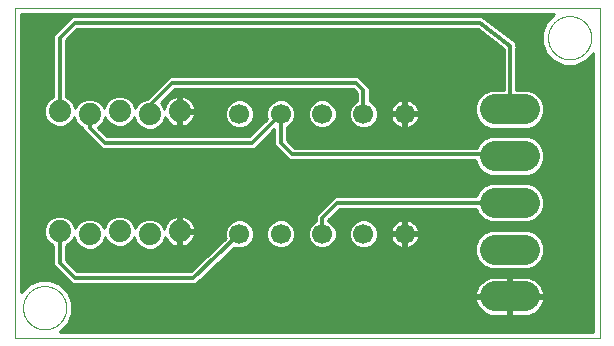
<source format=gbl>
G75*
%MOIN*%
%OFA0B0*%
%FSLAX25Y25*%
%IPPOS*%
%LPD*%
%AMOC8*
5,1,8,0,0,1.08239X$1,22.5*
%
%ADD10C,0.00000*%
%ADD11C,0.10039*%
%ADD12C,0.07400*%
%ADD13C,0.06693*%
%ADD14C,0.01000*%
%ADD15C,0.01200*%
D10*
X0001500Y0001500D02*
X0001500Y0111500D01*
X0196500Y0111500D01*
X0196500Y0001500D01*
X0001500Y0001500D01*
X0004300Y0011500D02*
X0004302Y0011677D01*
X0004309Y0011853D01*
X0004320Y0012030D01*
X0004335Y0012206D01*
X0004354Y0012381D01*
X0004378Y0012556D01*
X0004406Y0012731D01*
X0004438Y0012905D01*
X0004475Y0013078D01*
X0004516Y0013249D01*
X0004561Y0013420D01*
X0004610Y0013590D01*
X0004663Y0013759D01*
X0004721Y0013926D01*
X0004782Y0014091D01*
X0004848Y0014255D01*
X0004918Y0014418D01*
X0004991Y0014578D01*
X0005069Y0014737D01*
X0005150Y0014894D01*
X0005235Y0015049D01*
X0005324Y0015202D01*
X0005417Y0015352D01*
X0005513Y0015500D01*
X0005613Y0015646D01*
X0005717Y0015789D01*
X0005824Y0015930D01*
X0005934Y0016068D01*
X0006048Y0016203D01*
X0006165Y0016335D01*
X0006285Y0016465D01*
X0006409Y0016591D01*
X0006535Y0016715D01*
X0006665Y0016835D01*
X0006797Y0016952D01*
X0006932Y0017066D01*
X0007070Y0017176D01*
X0007211Y0017283D01*
X0007354Y0017387D01*
X0007500Y0017487D01*
X0007648Y0017583D01*
X0007798Y0017676D01*
X0007951Y0017765D01*
X0008106Y0017850D01*
X0008263Y0017931D01*
X0008422Y0018009D01*
X0008582Y0018082D01*
X0008745Y0018152D01*
X0008909Y0018218D01*
X0009074Y0018279D01*
X0009241Y0018337D01*
X0009410Y0018390D01*
X0009580Y0018439D01*
X0009751Y0018484D01*
X0009922Y0018525D01*
X0010095Y0018562D01*
X0010269Y0018594D01*
X0010444Y0018622D01*
X0010619Y0018646D01*
X0010794Y0018665D01*
X0010970Y0018680D01*
X0011147Y0018691D01*
X0011323Y0018698D01*
X0011500Y0018700D01*
X0011677Y0018698D01*
X0011853Y0018691D01*
X0012030Y0018680D01*
X0012206Y0018665D01*
X0012381Y0018646D01*
X0012556Y0018622D01*
X0012731Y0018594D01*
X0012905Y0018562D01*
X0013078Y0018525D01*
X0013249Y0018484D01*
X0013420Y0018439D01*
X0013590Y0018390D01*
X0013759Y0018337D01*
X0013926Y0018279D01*
X0014091Y0018218D01*
X0014255Y0018152D01*
X0014418Y0018082D01*
X0014578Y0018009D01*
X0014737Y0017931D01*
X0014894Y0017850D01*
X0015049Y0017765D01*
X0015202Y0017676D01*
X0015352Y0017583D01*
X0015500Y0017487D01*
X0015646Y0017387D01*
X0015789Y0017283D01*
X0015930Y0017176D01*
X0016068Y0017066D01*
X0016203Y0016952D01*
X0016335Y0016835D01*
X0016465Y0016715D01*
X0016591Y0016591D01*
X0016715Y0016465D01*
X0016835Y0016335D01*
X0016952Y0016203D01*
X0017066Y0016068D01*
X0017176Y0015930D01*
X0017283Y0015789D01*
X0017387Y0015646D01*
X0017487Y0015500D01*
X0017583Y0015352D01*
X0017676Y0015202D01*
X0017765Y0015049D01*
X0017850Y0014894D01*
X0017931Y0014737D01*
X0018009Y0014578D01*
X0018082Y0014418D01*
X0018152Y0014255D01*
X0018218Y0014091D01*
X0018279Y0013926D01*
X0018337Y0013759D01*
X0018390Y0013590D01*
X0018439Y0013420D01*
X0018484Y0013249D01*
X0018525Y0013078D01*
X0018562Y0012905D01*
X0018594Y0012731D01*
X0018622Y0012556D01*
X0018646Y0012381D01*
X0018665Y0012206D01*
X0018680Y0012030D01*
X0018691Y0011853D01*
X0018698Y0011677D01*
X0018700Y0011500D01*
X0018698Y0011323D01*
X0018691Y0011147D01*
X0018680Y0010970D01*
X0018665Y0010794D01*
X0018646Y0010619D01*
X0018622Y0010444D01*
X0018594Y0010269D01*
X0018562Y0010095D01*
X0018525Y0009922D01*
X0018484Y0009751D01*
X0018439Y0009580D01*
X0018390Y0009410D01*
X0018337Y0009241D01*
X0018279Y0009074D01*
X0018218Y0008909D01*
X0018152Y0008745D01*
X0018082Y0008582D01*
X0018009Y0008422D01*
X0017931Y0008263D01*
X0017850Y0008106D01*
X0017765Y0007951D01*
X0017676Y0007798D01*
X0017583Y0007648D01*
X0017487Y0007500D01*
X0017387Y0007354D01*
X0017283Y0007211D01*
X0017176Y0007070D01*
X0017066Y0006932D01*
X0016952Y0006797D01*
X0016835Y0006665D01*
X0016715Y0006535D01*
X0016591Y0006409D01*
X0016465Y0006285D01*
X0016335Y0006165D01*
X0016203Y0006048D01*
X0016068Y0005934D01*
X0015930Y0005824D01*
X0015789Y0005717D01*
X0015646Y0005613D01*
X0015500Y0005513D01*
X0015352Y0005417D01*
X0015202Y0005324D01*
X0015049Y0005235D01*
X0014894Y0005150D01*
X0014737Y0005069D01*
X0014578Y0004991D01*
X0014418Y0004918D01*
X0014255Y0004848D01*
X0014091Y0004782D01*
X0013926Y0004721D01*
X0013759Y0004663D01*
X0013590Y0004610D01*
X0013420Y0004561D01*
X0013249Y0004516D01*
X0013078Y0004475D01*
X0012905Y0004438D01*
X0012731Y0004406D01*
X0012556Y0004378D01*
X0012381Y0004354D01*
X0012206Y0004335D01*
X0012030Y0004320D01*
X0011853Y0004309D01*
X0011677Y0004302D01*
X0011500Y0004300D01*
X0011323Y0004302D01*
X0011147Y0004309D01*
X0010970Y0004320D01*
X0010794Y0004335D01*
X0010619Y0004354D01*
X0010444Y0004378D01*
X0010269Y0004406D01*
X0010095Y0004438D01*
X0009922Y0004475D01*
X0009751Y0004516D01*
X0009580Y0004561D01*
X0009410Y0004610D01*
X0009241Y0004663D01*
X0009074Y0004721D01*
X0008909Y0004782D01*
X0008745Y0004848D01*
X0008582Y0004918D01*
X0008422Y0004991D01*
X0008263Y0005069D01*
X0008106Y0005150D01*
X0007951Y0005235D01*
X0007798Y0005324D01*
X0007648Y0005417D01*
X0007500Y0005513D01*
X0007354Y0005613D01*
X0007211Y0005717D01*
X0007070Y0005824D01*
X0006932Y0005934D01*
X0006797Y0006048D01*
X0006665Y0006165D01*
X0006535Y0006285D01*
X0006409Y0006409D01*
X0006285Y0006535D01*
X0006165Y0006665D01*
X0006048Y0006797D01*
X0005934Y0006932D01*
X0005824Y0007070D01*
X0005717Y0007211D01*
X0005613Y0007354D01*
X0005513Y0007500D01*
X0005417Y0007648D01*
X0005324Y0007798D01*
X0005235Y0007951D01*
X0005150Y0008106D01*
X0005069Y0008263D01*
X0004991Y0008422D01*
X0004918Y0008582D01*
X0004848Y0008745D01*
X0004782Y0008909D01*
X0004721Y0009074D01*
X0004663Y0009241D01*
X0004610Y0009410D01*
X0004561Y0009580D01*
X0004516Y0009751D01*
X0004475Y0009922D01*
X0004438Y0010095D01*
X0004406Y0010269D01*
X0004378Y0010444D01*
X0004354Y0010619D01*
X0004335Y0010794D01*
X0004320Y0010970D01*
X0004309Y0011147D01*
X0004302Y0011323D01*
X0004300Y0011500D01*
X0179300Y0101500D02*
X0179302Y0101677D01*
X0179309Y0101853D01*
X0179320Y0102030D01*
X0179335Y0102206D01*
X0179354Y0102381D01*
X0179378Y0102556D01*
X0179406Y0102731D01*
X0179438Y0102905D01*
X0179475Y0103078D01*
X0179516Y0103249D01*
X0179561Y0103420D01*
X0179610Y0103590D01*
X0179663Y0103759D01*
X0179721Y0103926D01*
X0179782Y0104091D01*
X0179848Y0104255D01*
X0179918Y0104418D01*
X0179991Y0104578D01*
X0180069Y0104737D01*
X0180150Y0104894D01*
X0180235Y0105049D01*
X0180324Y0105202D01*
X0180417Y0105352D01*
X0180513Y0105500D01*
X0180613Y0105646D01*
X0180717Y0105789D01*
X0180824Y0105930D01*
X0180934Y0106068D01*
X0181048Y0106203D01*
X0181165Y0106335D01*
X0181285Y0106465D01*
X0181409Y0106591D01*
X0181535Y0106715D01*
X0181665Y0106835D01*
X0181797Y0106952D01*
X0181932Y0107066D01*
X0182070Y0107176D01*
X0182211Y0107283D01*
X0182354Y0107387D01*
X0182500Y0107487D01*
X0182648Y0107583D01*
X0182798Y0107676D01*
X0182951Y0107765D01*
X0183106Y0107850D01*
X0183263Y0107931D01*
X0183422Y0108009D01*
X0183582Y0108082D01*
X0183745Y0108152D01*
X0183909Y0108218D01*
X0184074Y0108279D01*
X0184241Y0108337D01*
X0184410Y0108390D01*
X0184580Y0108439D01*
X0184751Y0108484D01*
X0184922Y0108525D01*
X0185095Y0108562D01*
X0185269Y0108594D01*
X0185444Y0108622D01*
X0185619Y0108646D01*
X0185794Y0108665D01*
X0185970Y0108680D01*
X0186147Y0108691D01*
X0186323Y0108698D01*
X0186500Y0108700D01*
X0186677Y0108698D01*
X0186853Y0108691D01*
X0187030Y0108680D01*
X0187206Y0108665D01*
X0187381Y0108646D01*
X0187556Y0108622D01*
X0187731Y0108594D01*
X0187905Y0108562D01*
X0188078Y0108525D01*
X0188249Y0108484D01*
X0188420Y0108439D01*
X0188590Y0108390D01*
X0188759Y0108337D01*
X0188926Y0108279D01*
X0189091Y0108218D01*
X0189255Y0108152D01*
X0189418Y0108082D01*
X0189578Y0108009D01*
X0189737Y0107931D01*
X0189894Y0107850D01*
X0190049Y0107765D01*
X0190202Y0107676D01*
X0190352Y0107583D01*
X0190500Y0107487D01*
X0190646Y0107387D01*
X0190789Y0107283D01*
X0190930Y0107176D01*
X0191068Y0107066D01*
X0191203Y0106952D01*
X0191335Y0106835D01*
X0191465Y0106715D01*
X0191591Y0106591D01*
X0191715Y0106465D01*
X0191835Y0106335D01*
X0191952Y0106203D01*
X0192066Y0106068D01*
X0192176Y0105930D01*
X0192283Y0105789D01*
X0192387Y0105646D01*
X0192487Y0105500D01*
X0192583Y0105352D01*
X0192676Y0105202D01*
X0192765Y0105049D01*
X0192850Y0104894D01*
X0192931Y0104737D01*
X0193009Y0104578D01*
X0193082Y0104418D01*
X0193152Y0104255D01*
X0193218Y0104091D01*
X0193279Y0103926D01*
X0193337Y0103759D01*
X0193390Y0103590D01*
X0193439Y0103420D01*
X0193484Y0103249D01*
X0193525Y0103078D01*
X0193562Y0102905D01*
X0193594Y0102731D01*
X0193622Y0102556D01*
X0193646Y0102381D01*
X0193665Y0102206D01*
X0193680Y0102030D01*
X0193691Y0101853D01*
X0193698Y0101677D01*
X0193700Y0101500D01*
X0193698Y0101323D01*
X0193691Y0101147D01*
X0193680Y0100970D01*
X0193665Y0100794D01*
X0193646Y0100619D01*
X0193622Y0100444D01*
X0193594Y0100269D01*
X0193562Y0100095D01*
X0193525Y0099922D01*
X0193484Y0099751D01*
X0193439Y0099580D01*
X0193390Y0099410D01*
X0193337Y0099241D01*
X0193279Y0099074D01*
X0193218Y0098909D01*
X0193152Y0098745D01*
X0193082Y0098582D01*
X0193009Y0098422D01*
X0192931Y0098263D01*
X0192850Y0098106D01*
X0192765Y0097951D01*
X0192676Y0097798D01*
X0192583Y0097648D01*
X0192487Y0097500D01*
X0192387Y0097354D01*
X0192283Y0097211D01*
X0192176Y0097070D01*
X0192066Y0096932D01*
X0191952Y0096797D01*
X0191835Y0096665D01*
X0191715Y0096535D01*
X0191591Y0096409D01*
X0191465Y0096285D01*
X0191335Y0096165D01*
X0191203Y0096048D01*
X0191068Y0095934D01*
X0190930Y0095824D01*
X0190789Y0095717D01*
X0190646Y0095613D01*
X0190500Y0095513D01*
X0190352Y0095417D01*
X0190202Y0095324D01*
X0190049Y0095235D01*
X0189894Y0095150D01*
X0189737Y0095069D01*
X0189578Y0094991D01*
X0189418Y0094918D01*
X0189255Y0094848D01*
X0189091Y0094782D01*
X0188926Y0094721D01*
X0188759Y0094663D01*
X0188590Y0094610D01*
X0188420Y0094561D01*
X0188249Y0094516D01*
X0188078Y0094475D01*
X0187905Y0094438D01*
X0187731Y0094406D01*
X0187556Y0094378D01*
X0187381Y0094354D01*
X0187206Y0094335D01*
X0187030Y0094320D01*
X0186853Y0094309D01*
X0186677Y0094302D01*
X0186500Y0094300D01*
X0186323Y0094302D01*
X0186147Y0094309D01*
X0185970Y0094320D01*
X0185794Y0094335D01*
X0185619Y0094354D01*
X0185444Y0094378D01*
X0185269Y0094406D01*
X0185095Y0094438D01*
X0184922Y0094475D01*
X0184751Y0094516D01*
X0184580Y0094561D01*
X0184410Y0094610D01*
X0184241Y0094663D01*
X0184074Y0094721D01*
X0183909Y0094782D01*
X0183745Y0094848D01*
X0183582Y0094918D01*
X0183422Y0094991D01*
X0183263Y0095069D01*
X0183106Y0095150D01*
X0182951Y0095235D01*
X0182798Y0095324D01*
X0182648Y0095417D01*
X0182500Y0095513D01*
X0182354Y0095613D01*
X0182211Y0095717D01*
X0182070Y0095824D01*
X0181932Y0095934D01*
X0181797Y0096048D01*
X0181665Y0096165D01*
X0181535Y0096285D01*
X0181409Y0096409D01*
X0181285Y0096535D01*
X0181165Y0096665D01*
X0181048Y0096797D01*
X0180934Y0096932D01*
X0180824Y0097070D01*
X0180717Y0097211D01*
X0180613Y0097354D01*
X0180513Y0097500D01*
X0180417Y0097648D01*
X0180324Y0097798D01*
X0180235Y0097951D01*
X0180150Y0098106D01*
X0180069Y0098263D01*
X0179991Y0098422D01*
X0179918Y0098582D01*
X0179848Y0098745D01*
X0179782Y0098909D01*
X0179721Y0099074D01*
X0179663Y0099241D01*
X0179610Y0099410D01*
X0179561Y0099580D01*
X0179516Y0099751D01*
X0179475Y0099922D01*
X0179438Y0100095D01*
X0179406Y0100269D01*
X0179378Y0100444D01*
X0179354Y0100619D01*
X0179335Y0100794D01*
X0179320Y0100970D01*
X0179309Y0101147D01*
X0179302Y0101323D01*
X0179300Y0101500D01*
D11*
X0171520Y0077681D02*
X0161480Y0077681D01*
X0161480Y0062091D02*
X0171520Y0062091D01*
X0171520Y0046500D02*
X0161480Y0046500D01*
X0161480Y0030909D02*
X0171520Y0030909D01*
X0171520Y0015319D02*
X0161480Y0015319D01*
D12*
X0056500Y0037000D03*
X0046500Y0036000D03*
X0036500Y0037000D03*
X0026500Y0036000D03*
X0016500Y0037000D03*
X0026500Y0076000D03*
X0016500Y0077000D03*
X0036500Y0077000D03*
X0046500Y0076000D03*
X0056500Y0077000D03*
D13*
X0076441Y0076106D03*
X0090220Y0076106D03*
X0104000Y0076106D03*
X0117780Y0076106D03*
X0131559Y0076106D03*
X0131559Y0036106D03*
X0117780Y0036106D03*
X0104000Y0036106D03*
X0090220Y0036106D03*
X0076441Y0036106D03*
D14*
X0081001Y0034451D02*
X0085660Y0034451D01*
X0085374Y0035142D02*
X0086112Y0033361D01*
X0087475Y0031998D01*
X0089256Y0031260D01*
X0091184Y0031260D01*
X0092966Y0031998D01*
X0094329Y0033361D01*
X0095067Y0035142D01*
X0095067Y0037070D01*
X0094329Y0038852D01*
X0092966Y0040215D01*
X0091184Y0040953D01*
X0089256Y0040953D01*
X0087475Y0040215D01*
X0086112Y0038852D01*
X0085374Y0037070D01*
X0085374Y0035142D01*
X0085374Y0035449D02*
X0081287Y0035449D01*
X0081287Y0035142D02*
X0081287Y0037070D01*
X0080550Y0038852D01*
X0079186Y0040215D01*
X0077405Y0040953D01*
X0075477Y0040953D01*
X0073696Y0040215D01*
X0072332Y0038852D01*
X0071594Y0037070D01*
X0071594Y0035142D01*
X0071814Y0034611D01*
X0060209Y0023600D01*
X0022370Y0023600D01*
X0018600Y0027370D01*
X0018600Y0032241D01*
X0019446Y0032592D01*
X0020908Y0034054D01*
X0021300Y0035000D01*
X0021300Y0034966D01*
X0022092Y0033054D01*
X0023554Y0031592D01*
X0025466Y0030800D01*
X0027534Y0030800D01*
X0029446Y0031592D01*
X0030908Y0033054D01*
X0031700Y0034966D01*
X0031700Y0035000D01*
X0032092Y0034054D01*
X0033554Y0032592D01*
X0035466Y0031800D01*
X0037534Y0031800D01*
X0039446Y0032592D01*
X0040908Y0034054D01*
X0041300Y0035000D01*
X0041300Y0034966D01*
X0042092Y0033054D01*
X0043554Y0031592D01*
X0045466Y0030800D01*
X0047534Y0030800D01*
X0049446Y0031592D01*
X0050908Y0033054D01*
X0051700Y0034966D01*
X0051700Y0034967D01*
X0052053Y0034275D01*
X0052534Y0033612D01*
X0053112Y0033034D01*
X0053775Y0032553D01*
X0054504Y0032181D01*
X0055282Y0031928D01*
X0056000Y0031814D01*
X0056000Y0036500D01*
X0057000Y0036500D01*
X0057000Y0037500D01*
X0056000Y0037500D01*
X0056000Y0042186D01*
X0055282Y0042072D01*
X0054504Y0041819D01*
X0053775Y0041447D01*
X0053112Y0040966D01*
X0052534Y0040388D01*
X0052053Y0039725D01*
X0051681Y0038996D01*
X0051428Y0038218D01*
X0051368Y0037837D01*
X0050908Y0038946D01*
X0049446Y0040408D01*
X0047534Y0041200D01*
X0045466Y0041200D01*
X0043554Y0040408D01*
X0042092Y0038946D01*
X0041700Y0038000D01*
X0041700Y0038034D01*
X0040908Y0039946D01*
X0039446Y0041408D01*
X0037534Y0042200D01*
X0035466Y0042200D01*
X0033554Y0041408D01*
X0032092Y0039946D01*
X0031300Y0038034D01*
X0031300Y0038000D01*
X0030908Y0038946D01*
X0029446Y0040408D01*
X0027534Y0041200D01*
X0025466Y0041200D01*
X0023554Y0040408D01*
X0022092Y0038946D01*
X0021700Y0038000D01*
X0021700Y0038034D01*
X0020908Y0039946D01*
X0019446Y0041408D01*
X0017534Y0042200D01*
X0015466Y0042200D01*
X0013554Y0041408D01*
X0012092Y0039946D01*
X0011300Y0038034D01*
X0011300Y0035966D01*
X0012092Y0034054D01*
X0013554Y0032592D01*
X0014400Y0032241D01*
X0014400Y0025630D01*
X0020630Y0019400D01*
X0061020Y0019400D01*
X0061862Y0019378D01*
X0061885Y0019400D01*
X0061917Y0019400D01*
X0062513Y0019996D01*
X0074716Y0031575D01*
X0075477Y0031260D01*
X0077405Y0031260D01*
X0079186Y0031998D01*
X0080550Y0033361D01*
X0081287Y0035142D01*
X0081287Y0036448D02*
X0085374Y0036448D01*
X0085530Y0037446D02*
X0081132Y0037446D01*
X0080718Y0038445D02*
X0085943Y0038445D01*
X0086704Y0039443D02*
X0079958Y0039443D01*
X0078638Y0040442D02*
X0088023Y0040442D01*
X0092418Y0040442D02*
X0101803Y0040442D01*
X0101900Y0040482D02*
X0101255Y0040215D01*
X0099891Y0038852D01*
X0099154Y0037070D01*
X0099154Y0035142D01*
X0099891Y0033361D01*
X0101255Y0031998D01*
X0103036Y0031260D01*
X0104964Y0031260D01*
X0106745Y0031998D01*
X0108109Y0033361D01*
X0108846Y0035142D01*
X0108846Y0037070D01*
X0108109Y0038852D01*
X0106745Y0040215D01*
X0106100Y0040482D01*
X0106100Y0040630D01*
X0109870Y0044400D01*
X0155293Y0044400D01*
X0155953Y0042807D01*
X0157787Y0040973D01*
X0160183Y0039980D01*
X0172817Y0039980D01*
X0175213Y0040973D01*
X0177047Y0042807D01*
X0178039Y0045203D01*
X0178039Y0047797D01*
X0177047Y0050193D01*
X0175213Y0052027D01*
X0172817Y0053020D01*
X0160183Y0053020D01*
X0157787Y0052027D01*
X0155953Y0050193D01*
X0155293Y0048600D01*
X0108130Y0048600D01*
X0103130Y0043600D01*
X0101900Y0042370D01*
X0101900Y0040482D01*
X0101900Y0041440D02*
X0059235Y0041440D01*
X0059225Y0041447D02*
X0058496Y0041819D01*
X0057718Y0042072D01*
X0057000Y0042186D01*
X0057000Y0037500D01*
X0061686Y0037500D01*
X0061572Y0038218D01*
X0061319Y0038996D01*
X0060947Y0039725D01*
X0060466Y0040388D01*
X0059888Y0040966D01*
X0059225Y0041447D01*
X0060412Y0040442D02*
X0074244Y0040442D01*
X0072924Y0039443D02*
X0061091Y0039443D01*
X0061498Y0038445D02*
X0072164Y0038445D01*
X0071750Y0037446D02*
X0057000Y0037446D01*
X0057000Y0036500D02*
X0061686Y0036500D01*
X0061572Y0035782D01*
X0061319Y0035004D01*
X0060947Y0034275D01*
X0060466Y0033612D01*
X0059888Y0033034D01*
X0059225Y0032553D01*
X0058496Y0032181D01*
X0057718Y0031928D01*
X0057000Y0031814D01*
X0057000Y0036500D01*
X0057000Y0036448D02*
X0056000Y0036448D01*
X0056000Y0035449D02*
X0057000Y0035449D01*
X0057000Y0034451D02*
X0056000Y0034451D01*
X0056000Y0033452D02*
X0057000Y0033452D01*
X0057000Y0032454D02*
X0056000Y0032454D01*
X0053968Y0032454D02*
X0050308Y0032454D01*
X0051073Y0033452D02*
X0052694Y0033452D01*
X0051963Y0034451D02*
X0051487Y0034451D01*
X0049116Y0031455D02*
X0068488Y0031455D01*
X0067436Y0030457D02*
X0018600Y0030457D01*
X0018600Y0031455D02*
X0023884Y0031455D01*
X0022692Y0032454D02*
X0019113Y0032454D01*
X0020306Y0033452D02*
X0021927Y0033452D01*
X0021513Y0034451D02*
X0021073Y0034451D01*
X0014400Y0031455D02*
X0003575Y0031455D01*
X0003575Y0030457D02*
X0014400Y0030457D01*
X0014400Y0029458D02*
X0003575Y0029458D01*
X0003575Y0028460D02*
X0014400Y0028460D01*
X0014400Y0027461D02*
X0003575Y0027461D01*
X0003575Y0026463D02*
X0014400Y0026463D01*
X0014566Y0025464D02*
X0003575Y0025464D01*
X0003575Y0024466D02*
X0015564Y0024466D01*
X0016563Y0023467D02*
X0003575Y0023467D01*
X0003575Y0022469D02*
X0017561Y0022469D01*
X0018560Y0021470D02*
X0003575Y0021470D01*
X0003575Y0020472D02*
X0008923Y0020472D01*
X0009655Y0020775D02*
X0006246Y0019363D01*
X0003637Y0016754D01*
X0003575Y0016603D01*
X0003575Y0109425D01*
X0181397Y0109425D01*
X0181246Y0109363D01*
X0178637Y0106754D01*
X0177225Y0103345D01*
X0177225Y0099655D01*
X0178637Y0096246D01*
X0181246Y0093637D01*
X0184655Y0092225D01*
X0188345Y0092225D01*
X0191754Y0093637D01*
X0194363Y0096246D01*
X0194425Y0096397D01*
X0194425Y0003575D01*
X0016603Y0003575D01*
X0016754Y0003637D01*
X0019363Y0006246D01*
X0020775Y0009655D01*
X0020775Y0013345D01*
X0019363Y0016754D01*
X0016754Y0019363D01*
X0013345Y0020775D01*
X0009655Y0020775D01*
X0006513Y0019473D02*
X0003575Y0019473D01*
X0003575Y0018475D02*
X0005358Y0018475D01*
X0004360Y0017476D02*
X0003575Y0017476D01*
X0014077Y0020472D02*
X0019558Y0020472D01*
X0020557Y0019473D02*
X0016487Y0019473D01*
X0017642Y0018475D02*
X0155774Y0018475D01*
X0155620Y0018209D02*
X0155293Y0017419D01*
X0155072Y0016594D01*
X0154970Y0015819D01*
X0166000Y0015819D01*
X0166000Y0021839D01*
X0161053Y0021839D01*
X0160206Y0021727D01*
X0159380Y0021506D01*
X0158591Y0021179D01*
X0157850Y0020751D01*
X0157172Y0020231D01*
X0156568Y0019627D01*
X0156048Y0018949D01*
X0155620Y0018209D01*
X0155317Y0017476D02*
X0018640Y0017476D01*
X0019477Y0016478D02*
X0155057Y0016478D01*
X0154970Y0014819D02*
X0155072Y0014044D01*
X0155293Y0013219D01*
X0155620Y0012429D01*
X0156048Y0011689D01*
X0156568Y0011011D01*
X0157172Y0010407D01*
X0157850Y0009886D01*
X0158591Y0009459D01*
X0159380Y0009132D01*
X0160206Y0008911D01*
X0161053Y0008799D01*
X0166000Y0008799D01*
X0166000Y0014819D01*
X0154970Y0014819D01*
X0155015Y0014481D02*
X0020304Y0014481D01*
X0019891Y0015479D02*
X0166000Y0015479D01*
X0166000Y0015819D02*
X0166000Y0014819D01*
X0167000Y0014819D01*
X0167000Y0015819D01*
X0166000Y0015819D01*
X0166000Y0016478D02*
X0167000Y0016478D01*
X0167000Y0015819D02*
X0167000Y0021839D01*
X0171947Y0021839D01*
X0172794Y0021727D01*
X0173620Y0021506D01*
X0174409Y0021179D01*
X0175150Y0020751D01*
X0175828Y0020231D01*
X0176432Y0019627D01*
X0176952Y0018949D01*
X0177380Y0018209D01*
X0177707Y0017419D01*
X0177928Y0016594D01*
X0178030Y0015819D01*
X0167000Y0015819D01*
X0167000Y0015479D02*
X0194425Y0015479D01*
X0194425Y0014481D02*
X0177985Y0014481D01*
X0178030Y0014819D02*
X0177928Y0014044D01*
X0177707Y0013219D01*
X0177380Y0012429D01*
X0176952Y0011689D01*
X0176432Y0011011D01*
X0175828Y0010407D01*
X0175150Y0009886D01*
X0174409Y0009459D01*
X0173620Y0009132D01*
X0172794Y0008911D01*
X0171947Y0008799D01*
X0167000Y0008799D01*
X0167000Y0014819D01*
X0178030Y0014819D01*
X0177943Y0016478D02*
X0194425Y0016478D01*
X0194425Y0017476D02*
X0177683Y0017476D01*
X0177226Y0018475D02*
X0194425Y0018475D01*
X0194425Y0019473D02*
X0176550Y0019473D01*
X0175514Y0020472D02*
X0194425Y0020472D01*
X0194425Y0021470D02*
X0173706Y0021470D01*
X0172817Y0024390D02*
X0175213Y0025382D01*
X0177047Y0027216D01*
X0178039Y0029613D01*
X0178039Y0032206D01*
X0177047Y0034603D01*
X0175213Y0036437D01*
X0172817Y0037429D01*
X0160183Y0037429D01*
X0157787Y0036437D01*
X0155953Y0034603D01*
X0154961Y0032206D01*
X0154961Y0029613D01*
X0155953Y0027216D01*
X0157787Y0025382D01*
X0160183Y0024390D01*
X0172817Y0024390D01*
X0173000Y0024466D02*
X0194425Y0024466D01*
X0194425Y0025464D02*
X0175295Y0025464D01*
X0176293Y0026463D02*
X0194425Y0026463D01*
X0194425Y0027461D02*
X0177148Y0027461D01*
X0177562Y0028460D02*
X0194425Y0028460D01*
X0194425Y0029458D02*
X0177975Y0029458D01*
X0178039Y0030457D02*
X0194425Y0030457D01*
X0194425Y0031455D02*
X0178039Y0031455D01*
X0177937Y0032454D02*
X0194425Y0032454D01*
X0194425Y0033452D02*
X0177523Y0033452D01*
X0177110Y0034451D02*
X0194425Y0034451D01*
X0194425Y0035449D02*
X0176200Y0035449D01*
X0175185Y0036448D02*
X0194425Y0036448D01*
X0194425Y0037446D02*
X0136219Y0037446D01*
X0136286Y0037241D02*
X0136050Y0037967D01*
X0135704Y0038646D01*
X0135256Y0039264D01*
X0134716Y0039803D01*
X0134099Y0040251D01*
X0133419Y0040598D01*
X0132694Y0040833D01*
X0132059Y0040934D01*
X0132059Y0036606D01*
X0136387Y0036606D01*
X0136286Y0037241D01*
X0136387Y0035606D02*
X0132059Y0035606D01*
X0132059Y0031279D01*
X0132694Y0031379D01*
X0133419Y0031615D01*
X0134099Y0031961D01*
X0134716Y0032410D01*
X0135256Y0032949D01*
X0135704Y0033566D01*
X0136050Y0034246D01*
X0136286Y0034971D01*
X0136387Y0035606D01*
X0136362Y0035449D02*
X0156800Y0035449D01*
X0155890Y0034451D02*
X0136117Y0034451D01*
X0135621Y0033452D02*
X0155477Y0033452D01*
X0155063Y0032454D02*
X0134761Y0032454D01*
X0132928Y0031455D02*
X0154961Y0031455D01*
X0154961Y0030457D02*
X0073538Y0030457D01*
X0074590Y0031455D02*
X0075005Y0031455D01*
X0072485Y0029458D02*
X0155025Y0029458D01*
X0155438Y0028460D02*
X0071433Y0028460D01*
X0070381Y0027461D02*
X0155852Y0027461D01*
X0156707Y0026463D02*
X0069328Y0026463D01*
X0068276Y0025464D02*
X0157705Y0025464D01*
X0160000Y0024466D02*
X0067224Y0024466D01*
X0066171Y0023467D02*
X0194425Y0023467D01*
X0194425Y0022469D02*
X0065119Y0022469D01*
X0064067Y0021470D02*
X0159294Y0021470D01*
X0157486Y0020472D02*
X0063014Y0020472D01*
X0061990Y0019473D02*
X0156450Y0019473D01*
X0166000Y0019473D02*
X0167000Y0019473D01*
X0167000Y0018475D02*
X0166000Y0018475D01*
X0166000Y0017476D02*
X0167000Y0017476D01*
X0167000Y0014481D02*
X0166000Y0014481D01*
X0166000Y0013482D02*
X0167000Y0013482D01*
X0167000Y0012484D02*
X0166000Y0012484D01*
X0166000Y0011485D02*
X0167000Y0011485D01*
X0167000Y0010487D02*
X0166000Y0010487D01*
X0166000Y0009488D02*
X0167000Y0009488D01*
X0174460Y0009488D02*
X0194425Y0009488D01*
X0194425Y0008490D02*
X0020292Y0008490D01*
X0020706Y0009488D02*
X0158540Y0009488D01*
X0157092Y0010487D02*
X0020775Y0010487D01*
X0020775Y0011485D02*
X0156204Y0011485D01*
X0155598Y0012484D02*
X0020775Y0012484D01*
X0020718Y0013482D02*
X0155223Y0013482D01*
X0166000Y0020472D02*
X0167000Y0020472D01*
X0167000Y0021470D02*
X0166000Y0021470D01*
X0177777Y0013482D02*
X0194425Y0013482D01*
X0194425Y0012484D02*
X0177402Y0012484D01*
X0176796Y0011485D02*
X0194425Y0011485D01*
X0194425Y0010487D02*
X0175908Y0010487D01*
X0194425Y0007491D02*
X0019878Y0007491D01*
X0019465Y0006493D02*
X0194425Y0006493D01*
X0194425Y0005494D02*
X0018611Y0005494D01*
X0017612Y0004496D02*
X0194425Y0004496D01*
X0157815Y0036448D02*
X0132059Y0036448D01*
X0132059Y0036606D02*
X0132059Y0035606D01*
X0131059Y0035606D01*
X0131059Y0031279D01*
X0130424Y0031379D01*
X0129699Y0031615D01*
X0129019Y0031961D01*
X0128402Y0032410D01*
X0127862Y0032949D01*
X0127414Y0033566D01*
X0127068Y0034246D01*
X0126832Y0034971D01*
X0126731Y0035606D01*
X0131059Y0035606D01*
X0131059Y0036606D01*
X0126731Y0036606D01*
X0126832Y0037241D01*
X0127068Y0037967D01*
X0127414Y0038646D01*
X0127862Y0039264D01*
X0128402Y0039803D01*
X0129019Y0040251D01*
X0129699Y0040598D01*
X0130424Y0040833D01*
X0131059Y0040934D01*
X0131059Y0036606D01*
X0132059Y0036606D01*
X0132059Y0037446D02*
X0131059Y0037446D01*
X0131059Y0036448D02*
X0122626Y0036448D01*
X0122626Y0037070D02*
X0121888Y0038852D01*
X0120525Y0040215D01*
X0118744Y0040953D01*
X0116816Y0040953D01*
X0115034Y0040215D01*
X0113671Y0038852D01*
X0112933Y0037070D01*
X0112933Y0035142D01*
X0113671Y0033361D01*
X0115034Y0031998D01*
X0116816Y0031260D01*
X0118744Y0031260D01*
X0120525Y0031998D01*
X0121888Y0033361D01*
X0122626Y0035142D01*
X0122626Y0037070D01*
X0122470Y0037446D02*
X0126899Y0037446D01*
X0127311Y0038445D02*
X0122057Y0038445D01*
X0121296Y0039443D02*
X0128042Y0039443D01*
X0129393Y0040442D02*
X0119977Y0040442D01*
X0115582Y0040442D02*
X0106197Y0040442D01*
X0106910Y0041440D02*
X0157320Y0041440D01*
X0156321Y0042439D02*
X0107909Y0042439D01*
X0108907Y0043437D02*
X0155692Y0043437D01*
X0159069Y0040442D02*
X0133725Y0040442D01*
X0132059Y0040442D02*
X0131059Y0040442D01*
X0131059Y0039443D02*
X0132059Y0039443D01*
X0132059Y0038445D02*
X0131059Y0038445D01*
X0135076Y0039443D02*
X0194425Y0039443D01*
X0194425Y0038445D02*
X0135807Y0038445D01*
X0132059Y0035449D02*
X0131059Y0035449D01*
X0131059Y0034451D02*
X0132059Y0034451D01*
X0132059Y0033452D02*
X0131059Y0033452D01*
X0131059Y0032454D02*
X0132059Y0032454D01*
X0132059Y0031455D02*
X0131059Y0031455D01*
X0130190Y0031455D02*
X0119216Y0031455D01*
X0120981Y0032454D02*
X0128358Y0032454D01*
X0127497Y0033452D02*
X0121926Y0033452D01*
X0122340Y0034451D02*
X0127001Y0034451D01*
X0126756Y0035449D02*
X0122626Y0035449D01*
X0116344Y0031455D02*
X0105436Y0031455D01*
X0107201Y0032454D02*
X0114578Y0032454D01*
X0113633Y0033452D02*
X0108146Y0033452D01*
X0108560Y0034451D02*
X0113219Y0034451D01*
X0112933Y0035449D02*
X0108846Y0035449D01*
X0108846Y0036448D02*
X0112933Y0036448D01*
X0113089Y0037446D02*
X0108691Y0037446D01*
X0108277Y0038445D02*
X0113502Y0038445D01*
X0114263Y0039443D02*
X0107517Y0039443D01*
X0101969Y0042439D02*
X0003575Y0042439D01*
X0003575Y0043437D02*
X0102968Y0043437D01*
X0103966Y0044436D02*
X0003575Y0044436D01*
X0003575Y0045434D02*
X0104965Y0045434D01*
X0105963Y0046433D02*
X0003575Y0046433D01*
X0003575Y0047432D02*
X0106962Y0047432D01*
X0107960Y0048430D02*
X0003575Y0048430D01*
X0003575Y0049429D02*
X0155637Y0049429D01*
X0156187Y0050427D02*
X0003575Y0050427D01*
X0003575Y0051426D02*
X0157186Y0051426D01*
X0158746Y0052424D02*
X0003575Y0052424D01*
X0003575Y0053423D02*
X0194425Y0053423D01*
X0194425Y0054421D02*
X0003575Y0054421D01*
X0003575Y0055420D02*
X0194425Y0055420D01*
X0194425Y0056418D02*
X0174862Y0056418D01*
X0175213Y0056563D02*
X0177047Y0058397D01*
X0178039Y0060794D01*
X0178039Y0063387D01*
X0177047Y0065784D01*
X0175213Y0067618D01*
X0172817Y0068610D01*
X0160183Y0068610D01*
X0157787Y0067618D01*
X0155953Y0065784D01*
X0155566Y0064850D01*
X0094840Y0064850D01*
X0092320Y0067370D01*
X0092320Y0071730D01*
X0092966Y0071998D01*
X0094329Y0073361D01*
X0095067Y0075142D01*
X0095067Y0077070D01*
X0094329Y0078852D01*
X0092966Y0080215D01*
X0091184Y0080953D01*
X0089256Y0080953D01*
X0087475Y0080215D01*
X0086112Y0078852D01*
X0085374Y0077070D01*
X0085374Y0075142D01*
X0085641Y0074497D01*
X0079744Y0068600D01*
X0032370Y0068600D01*
X0029398Y0071572D01*
X0029446Y0071592D01*
X0030908Y0073054D01*
X0031700Y0074966D01*
X0031700Y0075000D01*
X0032092Y0074054D01*
X0033554Y0072592D01*
X0035466Y0071800D01*
X0037534Y0071800D01*
X0039446Y0072592D01*
X0040908Y0074054D01*
X0041300Y0075000D01*
X0041300Y0074966D01*
X0042092Y0073054D01*
X0043554Y0071592D01*
X0045466Y0070800D01*
X0047534Y0070800D01*
X0049446Y0071592D01*
X0050908Y0073054D01*
X0051700Y0074966D01*
X0051700Y0074967D01*
X0052053Y0074275D01*
X0052534Y0073612D01*
X0053112Y0073034D01*
X0053775Y0072553D01*
X0054504Y0072181D01*
X0055282Y0071928D01*
X0056000Y0071814D01*
X0056000Y0076500D01*
X0057000Y0076500D01*
X0057000Y0077500D01*
X0056000Y0077500D01*
X0056000Y0082186D01*
X0055282Y0082072D01*
X0054504Y0081819D01*
X0053775Y0081447D01*
X0053112Y0080966D01*
X0052534Y0080388D01*
X0052053Y0079725D01*
X0051681Y0078996D01*
X0051428Y0078218D01*
X0051368Y0077837D01*
X0050908Y0078946D01*
X0050162Y0079692D01*
X0054870Y0084400D01*
X0114380Y0084400D01*
X0115650Y0083130D01*
X0115650Y0080470D01*
X0115034Y0080215D01*
X0113671Y0078852D01*
X0112933Y0077070D01*
X0112933Y0075142D01*
X0113671Y0073361D01*
X0115034Y0071998D01*
X0116816Y0071260D01*
X0118744Y0071260D01*
X0120525Y0071998D01*
X0121888Y0073361D01*
X0122626Y0075142D01*
X0122626Y0077070D01*
X0121888Y0078852D01*
X0120525Y0080215D01*
X0119850Y0080494D01*
X0119850Y0084870D01*
X0118620Y0086100D01*
X0116120Y0088600D01*
X0053130Y0088600D01*
X0051900Y0087370D01*
X0045730Y0081200D01*
X0045466Y0081200D01*
X0043554Y0080408D01*
X0042092Y0078946D01*
X0041700Y0078000D01*
X0041700Y0078034D01*
X0040908Y0079946D01*
X0039446Y0081408D01*
X0037534Y0082200D01*
X0035466Y0082200D01*
X0033554Y0081408D01*
X0032092Y0079946D01*
X0031300Y0078034D01*
X0031300Y0078000D01*
X0030908Y0078946D01*
X0029446Y0080408D01*
X0027534Y0081200D01*
X0025466Y0081200D01*
X0023554Y0080408D01*
X0022092Y0078946D01*
X0021700Y0078000D01*
X0021700Y0078034D01*
X0020908Y0079946D01*
X0019446Y0081408D01*
X0018600Y0081759D01*
X0018600Y0100630D01*
X0022370Y0104400D01*
X0155798Y0104400D01*
X0164518Y0097834D01*
X0164518Y0084201D01*
X0160183Y0084201D01*
X0157787Y0083208D01*
X0155953Y0081374D01*
X0154961Y0078978D01*
X0154961Y0076384D01*
X0155953Y0073988D01*
X0157787Y0072154D01*
X0160183Y0071161D01*
X0172817Y0071161D01*
X0175213Y0072154D01*
X0177047Y0073988D01*
X0178039Y0076384D01*
X0178039Y0078978D01*
X0177047Y0081374D01*
X0175213Y0083208D01*
X0172817Y0084201D01*
X0168718Y0084201D01*
X0168718Y0098180D01*
X0168819Y0098314D01*
X0168718Y0099029D01*
X0168718Y0099752D01*
X0168600Y0099870D01*
X0168576Y0100036D01*
X0167999Y0100471D01*
X0167488Y0100982D01*
X0167320Y0100982D01*
X0157881Y0108089D01*
X0157370Y0108600D01*
X0157202Y0108600D01*
X0157068Y0108701D01*
X0156353Y0108600D01*
X0020630Y0108600D01*
X0015630Y0103600D01*
X0014400Y0102370D01*
X0014400Y0081759D01*
X0013554Y0081408D01*
X0012092Y0079946D01*
X0011300Y0078034D01*
X0011300Y0075966D01*
X0012092Y0074054D01*
X0013554Y0072592D01*
X0015466Y0071800D01*
X0017534Y0071800D01*
X0019446Y0072592D01*
X0020908Y0074054D01*
X0021300Y0075000D01*
X0021300Y0074966D01*
X0022092Y0073054D01*
X0023554Y0071592D01*
X0024400Y0071241D01*
X0024400Y0070630D01*
X0029400Y0065630D01*
X0030630Y0064400D01*
X0081484Y0064400D01*
X0088120Y0071036D01*
X0088120Y0065630D01*
X0089351Y0064400D01*
X0093101Y0060650D01*
X0155020Y0060650D01*
X0155953Y0058397D01*
X0157787Y0056563D01*
X0160183Y0055571D01*
X0172817Y0055571D01*
X0175213Y0056563D01*
X0176066Y0057417D02*
X0194425Y0057417D01*
X0194425Y0058415D02*
X0177054Y0058415D01*
X0177468Y0059414D02*
X0194425Y0059414D01*
X0194425Y0060412D02*
X0177881Y0060412D01*
X0178039Y0061411D02*
X0194425Y0061411D01*
X0194425Y0062409D02*
X0178039Y0062409D01*
X0178031Y0063408D02*
X0194425Y0063408D01*
X0194425Y0064406D02*
X0177617Y0064406D01*
X0177204Y0065405D02*
X0194425Y0065405D01*
X0194425Y0066403D02*
X0176427Y0066403D01*
X0175429Y0067402D02*
X0194425Y0067402D01*
X0194425Y0068400D02*
X0173323Y0068400D01*
X0173382Y0071396D02*
X0194425Y0071396D01*
X0194425Y0072394D02*
X0175453Y0072394D01*
X0176452Y0073393D02*
X0194425Y0073393D01*
X0194425Y0074391D02*
X0177214Y0074391D01*
X0177627Y0075390D02*
X0194425Y0075390D01*
X0194425Y0076388D02*
X0178039Y0076388D01*
X0178039Y0077387D02*
X0194425Y0077387D01*
X0194425Y0078385D02*
X0178039Y0078385D01*
X0177871Y0079384D02*
X0194425Y0079384D01*
X0194425Y0080382D02*
X0177458Y0080382D01*
X0177040Y0081381D02*
X0194425Y0081381D01*
X0194425Y0082379D02*
X0176042Y0082379D01*
X0174803Y0083378D02*
X0194425Y0083378D01*
X0194425Y0084376D02*
X0168718Y0084376D01*
X0168718Y0085375D02*
X0194425Y0085375D01*
X0194425Y0086373D02*
X0168718Y0086373D01*
X0168718Y0087372D02*
X0194425Y0087372D01*
X0194425Y0088370D02*
X0168718Y0088370D01*
X0168718Y0089369D02*
X0194425Y0089369D01*
X0194425Y0090368D02*
X0168718Y0090368D01*
X0168718Y0091366D02*
X0194425Y0091366D01*
X0194425Y0092365D02*
X0188681Y0092365D01*
X0191092Y0093363D02*
X0194425Y0093363D01*
X0194425Y0094362D02*
X0192478Y0094362D01*
X0193477Y0095360D02*
X0194425Y0095360D01*
X0194409Y0096359D02*
X0194425Y0096359D01*
X0184319Y0092365D02*
X0168718Y0092365D01*
X0168718Y0093363D02*
X0181908Y0093363D01*
X0180522Y0094362D02*
X0168718Y0094362D01*
X0168718Y0095360D02*
X0179523Y0095360D01*
X0178591Y0096359D02*
X0168718Y0096359D01*
X0168718Y0097357D02*
X0178177Y0097357D01*
X0177763Y0098356D02*
X0168813Y0098356D01*
X0168718Y0099354D02*
X0177350Y0099354D01*
X0177225Y0100353D02*
X0168156Y0100353D01*
X0166830Y0101351D02*
X0177225Y0101351D01*
X0177225Y0102350D02*
X0165504Y0102350D01*
X0164177Y0103348D02*
X0177227Y0103348D01*
X0177640Y0104347D02*
X0162851Y0104347D01*
X0161525Y0105345D02*
X0178054Y0105345D01*
X0178467Y0106344D02*
X0160199Y0106344D01*
X0158873Y0107342D02*
X0179226Y0107342D01*
X0180224Y0108341D02*
X0157629Y0108341D01*
X0155869Y0104347D02*
X0022317Y0104347D01*
X0021318Y0103348D02*
X0157195Y0103348D01*
X0158521Y0102350D02*
X0020319Y0102350D01*
X0019321Y0101351D02*
X0159847Y0101351D01*
X0161173Y0100353D02*
X0018600Y0100353D01*
X0018600Y0099354D02*
X0162500Y0099354D01*
X0163826Y0098356D02*
X0018600Y0098356D01*
X0018600Y0097357D02*
X0164518Y0097357D01*
X0164518Y0096359D02*
X0018600Y0096359D01*
X0018600Y0095360D02*
X0164518Y0095360D01*
X0164518Y0094362D02*
X0018600Y0094362D01*
X0018600Y0093363D02*
X0164518Y0093363D01*
X0164518Y0092365D02*
X0018600Y0092365D01*
X0018600Y0091366D02*
X0164518Y0091366D01*
X0164518Y0090368D02*
X0018600Y0090368D01*
X0018600Y0089369D02*
X0164518Y0089369D01*
X0164518Y0088370D02*
X0116349Y0088370D01*
X0117348Y0087372D02*
X0164518Y0087372D01*
X0164518Y0086373D02*
X0118346Y0086373D01*
X0119345Y0085375D02*
X0164518Y0085375D01*
X0164518Y0084376D02*
X0119850Y0084376D01*
X0119850Y0083378D02*
X0158197Y0083378D01*
X0156958Y0082379D02*
X0119850Y0082379D01*
X0119850Y0081381D02*
X0155960Y0081381D01*
X0155542Y0080382D02*
X0133842Y0080382D01*
X0134099Y0080251D02*
X0133419Y0080598D01*
X0132694Y0080833D01*
X0132059Y0080934D01*
X0132059Y0076606D01*
X0136387Y0076606D01*
X0136286Y0077241D01*
X0136050Y0077967D01*
X0135704Y0078646D01*
X0135256Y0079264D01*
X0134716Y0079803D01*
X0134099Y0080251D01*
X0135135Y0079384D02*
X0155129Y0079384D01*
X0154961Y0078385D02*
X0135837Y0078385D01*
X0136239Y0077387D02*
X0154961Y0077387D01*
X0154961Y0076388D02*
X0132059Y0076388D01*
X0132059Y0076606D02*
X0132059Y0075606D01*
X0132059Y0071279D01*
X0132694Y0071379D01*
X0133419Y0071615D01*
X0134099Y0071961D01*
X0134716Y0072410D01*
X0135256Y0072949D01*
X0135704Y0073566D01*
X0136050Y0074246D01*
X0136286Y0074971D01*
X0136387Y0075606D01*
X0132059Y0075606D01*
X0131059Y0075606D01*
X0131059Y0071279D01*
X0130424Y0071379D01*
X0129699Y0071615D01*
X0129019Y0071961D01*
X0128402Y0072410D01*
X0127862Y0072949D01*
X0127414Y0073566D01*
X0127068Y0074246D01*
X0126832Y0074971D01*
X0126731Y0075606D01*
X0131059Y0075606D01*
X0131059Y0076606D01*
X0126731Y0076606D01*
X0126832Y0077241D01*
X0127068Y0077967D01*
X0127414Y0078646D01*
X0127862Y0079264D01*
X0128402Y0079803D01*
X0129019Y0080251D01*
X0129699Y0080598D01*
X0130424Y0080833D01*
X0131059Y0080934D01*
X0131059Y0076606D01*
X0132059Y0076606D01*
X0132059Y0077387D02*
X0131059Y0077387D01*
X0131059Y0078385D02*
X0132059Y0078385D01*
X0132059Y0079384D02*
X0131059Y0079384D01*
X0131059Y0080382D02*
X0132059Y0080382D01*
X0129276Y0080382D02*
X0120120Y0080382D01*
X0121356Y0079384D02*
X0127983Y0079384D01*
X0127281Y0078385D02*
X0122081Y0078385D01*
X0122495Y0077387D02*
X0126879Y0077387D01*
X0126766Y0075390D02*
X0122626Y0075390D01*
X0122626Y0076388D02*
X0131059Y0076388D01*
X0131059Y0075390D02*
X0132059Y0075390D01*
X0132059Y0074391D02*
X0131059Y0074391D01*
X0131059Y0073393D02*
X0132059Y0073393D01*
X0132059Y0072394D02*
X0131059Y0072394D01*
X0131059Y0071396D02*
X0132059Y0071396D01*
X0132745Y0071396D02*
X0159618Y0071396D01*
X0157547Y0072394D02*
X0134695Y0072394D01*
X0135578Y0073393D02*
X0156548Y0073393D01*
X0155786Y0074391D02*
X0136098Y0074391D01*
X0136352Y0075390D02*
X0155373Y0075390D01*
X0159677Y0068400D02*
X0092320Y0068400D01*
X0092320Y0067402D02*
X0157571Y0067402D01*
X0156573Y0066403D02*
X0093287Y0066403D01*
X0094286Y0065405D02*
X0155796Y0065405D01*
X0155119Y0060412D02*
X0003575Y0060412D01*
X0003575Y0059414D02*
X0155532Y0059414D01*
X0155946Y0058415D02*
X0003575Y0058415D01*
X0003575Y0057417D02*
X0156934Y0057417D01*
X0158138Y0056418D02*
X0003575Y0056418D01*
X0003575Y0061411D02*
X0092340Y0061411D01*
X0091341Y0062409D02*
X0003575Y0062409D01*
X0003575Y0063408D02*
X0090343Y0063408D01*
X0089344Y0064406D02*
X0081490Y0064406D01*
X0082489Y0065405D02*
X0088346Y0065405D01*
X0088120Y0066403D02*
X0083487Y0066403D01*
X0084486Y0067402D02*
X0088120Y0067402D01*
X0088120Y0068400D02*
X0085484Y0068400D01*
X0086483Y0069399D02*
X0088120Y0069399D01*
X0088120Y0070397D02*
X0087481Y0070397D01*
X0084537Y0073393D02*
X0080563Y0073393D01*
X0080550Y0073361D02*
X0081287Y0075142D01*
X0081287Y0077070D01*
X0080550Y0078852D01*
X0079186Y0080215D01*
X0077405Y0080953D01*
X0075477Y0080953D01*
X0073696Y0080215D01*
X0072332Y0078852D01*
X0071594Y0077070D01*
X0071594Y0075142D01*
X0072332Y0073361D01*
X0073696Y0071998D01*
X0075477Y0071260D01*
X0077405Y0071260D01*
X0079186Y0071998D01*
X0080550Y0073361D01*
X0080976Y0074391D02*
X0085536Y0074391D01*
X0085374Y0075390D02*
X0081287Y0075390D01*
X0081287Y0076388D02*
X0085374Y0076388D01*
X0085505Y0077387D02*
X0081156Y0077387D01*
X0080743Y0078385D02*
X0085919Y0078385D01*
X0086644Y0079384D02*
X0080017Y0079384D01*
X0078782Y0080382D02*
X0087880Y0080382D01*
X0092561Y0080382D02*
X0101659Y0080382D01*
X0101255Y0080215D02*
X0103036Y0080953D01*
X0104964Y0080953D01*
X0106745Y0080215D01*
X0108109Y0078852D01*
X0108846Y0077070D01*
X0108846Y0075142D01*
X0108109Y0073361D01*
X0106745Y0071998D01*
X0104964Y0071260D01*
X0103036Y0071260D01*
X0101255Y0071998D01*
X0099891Y0073361D01*
X0099154Y0075142D01*
X0099154Y0077070D01*
X0099891Y0078852D01*
X0101255Y0080215D01*
X0100424Y0079384D02*
X0093797Y0079384D01*
X0094522Y0078385D02*
X0099698Y0078385D01*
X0099285Y0077387D02*
X0094936Y0077387D01*
X0095067Y0076388D02*
X0099154Y0076388D01*
X0099154Y0075390D02*
X0095067Y0075390D01*
X0094756Y0074391D02*
X0099465Y0074391D01*
X0099878Y0073393D02*
X0094342Y0073393D01*
X0093362Y0072394D02*
X0100858Y0072394D01*
X0102708Y0071396D02*
X0092320Y0071396D01*
X0092320Y0070397D02*
X0194425Y0070397D01*
X0194425Y0069399D02*
X0092320Y0069399D01*
X0083539Y0072394D02*
X0079583Y0072394D01*
X0077733Y0071396D02*
X0082540Y0071396D01*
X0081542Y0070397D02*
X0030573Y0070397D01*
X0031571Y0069399D02*
X0080543Y0069399D01*
X0075149Y0071396D02*
X0048973Y0071396D01*
X0050248Y0072394D02*
X0054085Y0072394D01*
X0052753Y0073393D02*
X0051048Y0073393D01*
X0051462Y0074391D02*
X0051993Y0074391D01*
X0056000Y0074391D02*
X0057000Y0074391D01*
X0057000Y0073393D02*
X0056000Y0073393D01*
X0056000Y0072394D02*
X0057000Y0072394D01*
X0057000Y0071814D02*
X0057718Y0071928D01*
X0058496Y0072181D01*
X0059225Y0072553D01*
X0059888Y0073034D01*
X0060466Y0073612D01*
X0060947Y0074275D01*
X0061319Y0075004D01*
X0061572Y0075782D01*
X0061686Y0076500D01*
X0057000Y0076500D01*
X0057000Y0071814D01*
X0058915Y0072394D02*
X0073299Y0072394D01*
X0072319Y0073393D02*
X0060247Y0073393D01*
X0061007Y0074391D02*
X0071906Y0074391D01*
X0071594Y0075390D02*
X0061444Y0075390D01*
X0061668Y0076388D02*
X0071594Y0076388D01*
X0071726Y0077387D02*
X0057000Y0077387D01*
X0057000Y0077500D02*
X0061686Y0077500D01*
X0061572Y0078218D01*
X0061319Y0078996D01*
X0060947Y0079725D01*
X0060466Y0080388D01*
X0059888Y0080966D01*
X0059225Y0081447D01*
X0058496Y0081819D01*
X0057718Y0082072D01*
X0057000Y0082186D01*
X0057000Y0077500D01*
X0057000Y0078385D02*
X0056000Y0078385D01*
X0056000Y0079384D02*
X0057000Y0079384D01*
X0057000Y0080382D02*
X0056000Y0080382D01*
X0056000Y0081381D02*
X0057000Y0081381D01*
X0059317Y0081381D02*
X0115650Y0081381D01*
X0115650Y0082379D02*
X0052849Y0082379D01*
X0053683Y0081381D02*
X0051851Y0081381D01*
X0052530Y0080382D02*
X0050852Y0080382D01*
X0050470Y0079384D02*
X0051879Y0079384D01*
X0051483Y0078385D02*
X0051140Y0078385D01*
X0056000Y0076388D02*
X0057000Y0076388D01*
X0057000Y0075390D02*
X0056000Y0075390D01*
X0061517Y0078385D02*
X0072139Y0078385D01*
X0072865Y0079384D02*
X0061121Y0079384D01*
X0060470Y0080382D02*
X0074100Y0080382D01*
X0054846Y0084376D02*
X0114404Y0084376D01*
X0115402Y0083378D02*
X0053848Y0083378D01*
X0049905Y0085375D02*
X0018600Y0085375D01*
X0018600Y0086373D02*
X0050904Y0086373D01*
X0051902Y0087372D02*
X0018600Y0087372D01*
X0018600Y0088370D02*
X0052901Y0088370D01*
X0048907Y0084376D02*
X0018600Y0084376D01*
X0018600Y0083378D02*
X0047908Y0083378D01*
X0046910Y0082379D02*
X0018600Y0082379D01*
X0019473Y0081381D02*
X0033527Y0081381D01*
X0032528Y0080382D02*
X0029472Y0080382D01*
X0030470Y0079384D02*
X0031859Y0079384D01*
X0031445Y0078385D02*
X0031140Y0078385D01*
X0031462Y0074391D02*
X0031952Y0074391D01*
X0032753Y0073393D02*
X0031048Y0073393D01*
X0030248Y0072394D02*
X0034031Y0072394D01*
X0038969Y0072394D02*
X0042752Y0072394D01*
X0041951Y0073393D02*
X0040247Y0073393D01*
X0041048Y0074391D02*
X0041538Y0074391D01*
X0044027Y0071396D02*
X0029574Y0071396D01*
X0025631Y0069399D02*
X0003575Y0069399D01*
X0003575Y0070397D02*
X0024633Y0070397D01*
X0024027Y0071396D02*
X0003575Y0071396D01*
X0003575Y0072394D02*
X0014031Y0072394D01*
X0012753Y0073393D02*
X0003575Y0073393D01*
X0003575Y0074391D02*
X0011952Y0074391D01*
X0011538Y0075390D02*
X0003575Y0075390D01*
X0003575Y0076388D02*
X0011300Y0076388D01*
X0011300Y0077387D02*
X0003575Y0077387D01*
X0003575Y0078385D02*
X0011445Y0078385D01*
X0011859Y0079384D02*
X0003575Y0079384D01*
X0003575Y0080382D02*
X0012528Y0080382D01*
X0013527Y0081381D02*
X0003575Y0081381D01*
X0003575Y0082379D02*
X0014400Y0082379D01*
X0014400Y0083378D02*
X0003575Y0083378D01*
X0003575Y0084376D02*
X0014400Y0084376D01*
X0014400Y0085375D02*
X0003575Y0085375D01*
X0003575Y0086373D02*
X0014400Y0086373D01*
X0014400Y0087372D02*
X0003575Y0087372D01*
X0003575Y0088370D02*
X0014400Y0088370D01*
X0014400Y0089369D02*
X0003575Y0089369D01*
X0003575Y0090368D02*
X0014400Y0090368D01*
X0014400Y0091366D02*
X0003575Y0091366D01*
X0003575Y0092365D02*
X0014400Y0092365D01*
X0014400Y0093363D02*
X0003575Y0093363D01*
X0003575Y0094362D02*
X0014400Y0094362D01*
X0014400Y0095360D02*
X0003575Y0095360D01*
X0003575Y0096359D02*
X0014400Y0096359D01*
X0014400Y0097357D02*
X0003575Y0097357D01*
X0003575Y0098356D02*
X0014400Y0098356D01*
X0014400Y0099354D02*
X0003575Y0099354D01*
X0003575Y0100353D02*
X0014400Y0100353D01*
X0014400Y0101351D02*
X0003575Y0101351D01*
X0003575Y0102350D02*
X0014400Y0102350D01*
X0015378Y0103348D02*
X0003575Y0103348D01*
X0003575Y0104347D02*
X0016377Y0104347D01*
X0017375Y0105345D02*
X0003575Y0105345D01*
X0003575Y0106344D02*
X0018374Y0106344D01*
X0019372Y0107342D02*
X0003575Y0107342D01*
X0003575Y0108341D02*
X0020371Y0108341D01*
X0003575Y0109339D02*
X0181223Y0109339D01*
X0127020Y0074391D02*
X0122315Y0074391D01*
X0121901Y0073393D02*
X0127540Y0073393D01*
X0128423Y0072394D02*
X0120921Y0072394D01*
X0119072Y0071396D02*
X0130373Y0071396D01*
X0116487Y0071396D02*
X0105292Y0071396D01*
X0107142Y0072394D02*
X0114638Y0072394D01*
X0113658Y0073393D02*
X0108122Y0073393D01*
X0108535Y0074391D02*
X0113244Y0074391D01*
X0112933Y0075390D02*
X0108846Y0075390D01*
X0108846Y0076388D02*
X0112933Y0076388D01*
X0113064Y0077387D02*
X0108715Y0077387D01*
X0108302Y0078385D02*
X0113478Y0078385D01*
X0114203Y0079384D02*
X0107576Y0079384D01*
X0106341Y0080382D02*
X0115439Y0080382D01*
X0174254Y0052424D02*
X0194425Y0052424D01*
X0194425Y0051426D02*
X0175814Y0051426D01*
X0176813Y0050427D02*
X0194425Y0050427D01*
X0194425Y0049429D02*
X0177363Y0049429D01*
X0177777Y0048430D02*
X0194425Y0048430D01*
X0194425Y0047432D02*
X0178039Y0047432D01*
X0178039Y0046433D02*
X0194425Y0046433D01*
X0194425Y0045434D02*
X0178039Y0045434D01*
X0177722Y0044436D02*
X0194425Y0044436D01*
X0194425Y0043437D02*
X0177308Y0043437D01*
X0176679Y0042439D02*
X0194425Y0042439D01*
X0194425Y0041440D02*
X0175680Y0041440D01*
X0173931Y0040442D02*
X0194425Y0040442D01*
X0102564Y0031455D02*
X0091656Y0031455D01*
X0093422Y0032454D02*
X0100799Y0032454D01*
X0099854Y0033452D02*
X0094367Y0033452D01*
X0094781Y0034451D02*
X0099440Y0034451D01*
X0099154Y0035449D02*
X0095067Y0035449D01*
X0095067Y0036448D02*
X0099154Y0036448D01*
X0099309Y0037446D02*
X0094911Y0037446D01*
X0094498Y0038445D02*
X0099723Y0038445D01*
X0100483Y0039443D02*
X0093737Y0039443D01*
X0086074Y0033452D02*
X0080587Y0033452D01*
X0079642Y0032454D02*
X0087019Y0032454D01*
X0088784Y0031455D02*
X0077877Y0031455D01*
X0071645Y0034451D02*
X0061037Y0034451D01*
X0061464Y0035449D02*
X0071594Y0035449D01*
X0071594Y0036448D02*
X0061677Y0036448D01*
X0060306Y0033452D02*
X0070593Y0033452D01*
X0069541Y0032454D02*
X0059032Y0032454D01*
X0065331Y0028460D02*
X0018600Y0028460D01*
X0018600Y0029458D02*
X0066384Y0029458D01*
X0064279Y0027461D02*
X0018600Y0027461D01*
X0019507Y0026463D02*
X0063227Y0026463D01*
X0062174Y0025464D02*
X0020506Y0025464D01*
X0021504Y0024466D02*
X0061122Y0024466D01*
X0043884Y0031455D02*
X0029116Y0031455D01*
X0030308Y0032454D02*
X0033887Y0032454D01*
X0032694Y0033452D02*
X0031073Y0033452D01*
X0031487Y0034451D02*
X0031927Y0034451D01*
X0039113Y0032454D02*
X0042692Y0032454D01*
X0041927Y0033452D02*
X0040306Y0033452D01*
X0041073Y0034451D02*
X0041513Y0034451D01*
X0041530Y0038445D02*
X0041884Y0038445D01*
X0042590Y0039443D02*
X0041116Y0039443D01*
X0040412Y0040442D02*
X0043636Y0040442D01*
X0049364Y0040442D02*
X0052588Y0040442D01*
X0051909Y0039443D02*
X0050410Y0039443D01*
X0051116Y0038445D02*
X0051502Y0038445D01*
X0053765Y0041440D02*
X0039368Y0041440D01*
X0033632Y0041440D02*
X0019368Y0041440D01*
X0020412Y0040442D02*
X0023636Y0040442D01*
X0022590Y0039443D02*
X0021116Y0039443D01*
X0021530Y0038445D02*
X0021884Y0038445D01*
X0029364Y0040442D02*
X0032588Y0040442D01*
X0031884Y0039443D02*
X0030410Y0039443D01*
X0031116Y0038445D02*
X0031470Y0038445D01*
X0013887Y0032454D02*
X0003575Y0032454D01*
X0003575Y0033452D02*
X0012694Y0033452D01*
X0011927Y0034451D02*
X0003575Y0034451D01*
X0003575Y0035449D02*
X0011514Y0035449D01*
X0011300Y0036448D02*
X0003575Y0036448D01*
X0003575Y0037446D02*
X0011300Y0037446D01*
X0011470Y0038445D02*
X0003575Y0038445D01*
X0003575Y0039443D02*
X0011884Y0039443D01*
X0012588Y0040442D02*
X0003575Y0040442D01*
X0003575Y0041440D02*
X0013632Y0041440D01*
X0003575Y0064406D02*
X0030624Y0064406D01*
X0029625Y0065405D02*
X0003575Y0065405D01*
X0003575Y0066403D02*
X0028627Y0066403D01*
X0027628Y0067402D02*
X0003575Y0067402D01*
X0003575Y0068400D02*
X0026630Y0068400D01*
X0022752Y0072394D02*
X0018969Y0072394D01*
X0020247Y0073393D02*
X0021951Y0073393D01*
X0021538Y0074391D02*
X0021048Y0074391D01*
X0021555Y0078385D02*
X0021860Y0078385D01*
X0022530Y0079384D02*
X0021141Y0079384D01*
X0020472Y0080382D02*
X0023528Y0080382D01*
X0039473Y0081381D02*
X0045911Y0081381D01*
X0043528Y0080382D02*
X0040472Y0080382D01*
X0041141Y0079384D02*
X0042530Y0079384D01*
X0041860Y0078385D02*
X0041555Y0078385D01*
X0056000Y0041440D02*
X0057000Y0041440D01*
X0057000Y0040442D02*
X0056000Y0040442D01*
X0056000Y0039443D02*
X0057000Y0039443D01*
X0057000Y0038445D02*
X0056000Y0038445D01*
D15*
X0061047Y0021500D02*
X0076441Y0036106D01*
X0061047Y0021500D02*
X0021500Y0021500D01*
X0016500Y0026500D01*
X0016500Y0037000D01*
X0031500Y0066500D02*
X0080614Y0066500D01*
X0090220Y0076106D01*
X0090220Y0066500D01*
X0093970Y0062750D01*
X0165841Y0062750D01*
X0166500Y0077681D02*
X0166618Y0077799D01*
X0166618Y0098882D01*
X0156500Y0106500D01*
X0021500Y0106500D01*
X0016500Y0101500D01*
X0016500Y0077000D01*
X0026500Y0076000D02*
X0026500Y0071500D01*
X0031500Y0066500D01*
X0046500Y0076000D02*
X0046500Y0079000D01*
X0054000Y0086500D01*
X0115250Y0086500D01*
X0117750Y0084000D01*
X0117750Y0076136D01*
X0117780Y0076106D01*
X0109000Y0046500D02*
X0104000Y0041500D01*
X0104000Y0036106D01*
X0109000Y0046500D02*
X0166500Y0046500D01*
M02*

</source>
